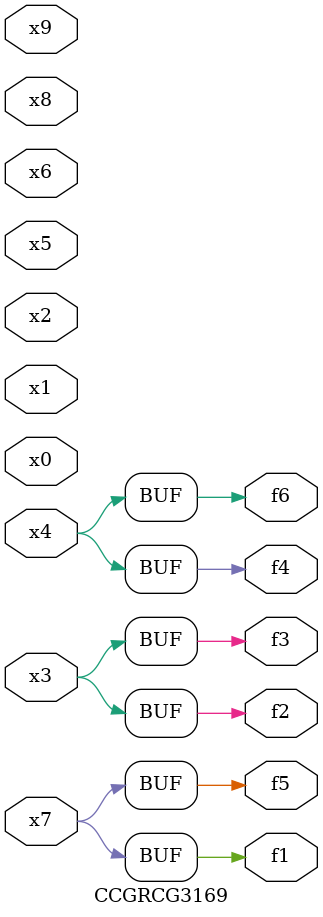
<source format=v>
module CCGRCG3169(
	input x0, x1, x2, x3, x4, x5, x6, x7, x8, x9,
	output f1, f2, f3, f4, f5, f6
);
	assign f1 = x7;
	assign f2 = x3;
	assign f3 = x3;
	assign f4 = x4;
	assign f5 = x7;
	assign f6 = x4;
endmodule

</source>
